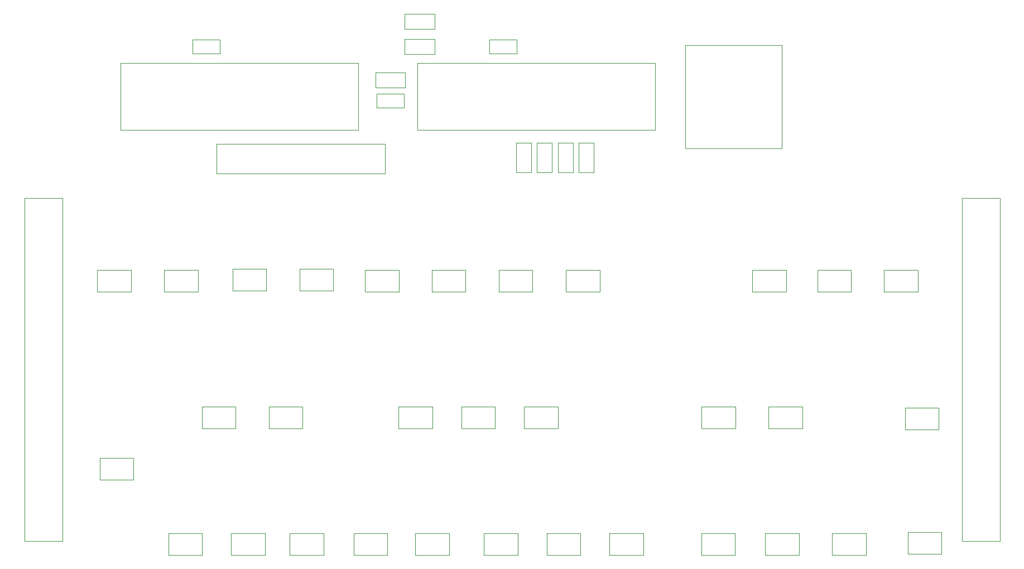
<source format=gbr>
G04 DesignSpark PCB Gerber Version 9.0 Build 5138 *
%FSLAX35Y35*%
%MOIN*%
%ADD86C,0.00197*%
%ADD85C,0.00394*%
X0Y0D02*
D02*
D85*
X220069Y289895D02*
X119163D01*
Y272179*
X220069*
Y289895*
X399234Y348907D02*
X456966D01*
Y287293*
X399234*
Y348907*
D02*
D86*
X4616Y257569D02*
X27175D01*
Y52450*
X4616*
Y257569*
X68139Y201604D02*
X48061D01*
Y214596*
X68139*
Y201604*
X69635Y89104D02*
X49557D01*
Y102096*
X69635*
Y89104*
X104970Y352273D02*
X121230D01*
Y343927*
X104970*
Y352273*
X108139Y201604D02*
X88061D01*
Y214596*
X108139*
Y201604*
X110639Y44104D02*
X90561D01*
Y57096*
X110639*
Y44104*
X130639Y119834D02*
X110561D01*
Y132826*
X130639*
Y119834*
X148139Y44104D02*
X128061D01*
Y57096*
X148139*
Y44104*
X148887Y202334D02*
X128809D01*
Y215326*
X148887*
Y202334*
X170639Y119834D02*
X150561D01*
Y132826*
X170639*
Y119834*
X183139Y44104D02*
X163061D01*
Y57096*
X183139*
Y44104*
X188887Y202334D02*
X168809D01*
Y215326*
X188887*
Y202334*
X203866Y338116D02*
Y298084D01*
X61897*
Y338116*
X203866*
X214143Y332628D02*
X232057D01*
Y323572*
X214143*
Y332628*
X214970Y319773D02*
X231230D01*
Y311427*
X214970*
Y319773*
X221387Y44104D02*
X201309D01*
Y57096*
X221387*
Y44104*
X228139Y201469D02*
X208061D01*
Y214461*
X228139*
Y201469*
X231643Y352628D02*
X249557D01*
Y343572*
X231643*
Y352628*
Y367628D02*
X249557D01*
Y358572*
X231643*
Y367628*
X248139Y119834D02*
X228061D01*
Y132826*
X248139*
Y119834*
X258139Y44104D02*
X238061D01*
Y57096*
X258139*
Y44104*
X268014Y201469D02*
X247935D01*
Y214461*
X268014*
Y201469*
X282252Y352273D02*
X298511D01*
Y343927*
X282252*
Y352273*
X285639Y119834D02*
X265561D01*
Y132826*
X285639*
Y119834*
X299183Y44104D02*
X279104D01*
Y57096*
X299183*
Y44104*
X307194Y290718D02*
Y272805D01*
X298139*
Y290718*
X307194*
X308014Y201469D02*
X287935D01*
Y214461*
X308014*
Y201469*
X319694Y290718D02*
Y272805D01*
X310639*
Y290718*
X319694*
X323139Y119834D02*
X303061D01*
Y132826*
X323139*
Y119834*
X332194Y290718D02*
Y272805D01*
X323139*
Y290718*
X332194*
X336683Y44104D02*
X316604D01*
Y57096*
X336683*
Y44104*
X344694Y290718D02*
Y272805D01*
X335639*
Y290718*
X344694*
X348139Y201469D02*
X328061D01*
Y214461*
X348139*
Y201469*
X374183Y44104D02*
X354104D01*
Y57096*
X374183*
Y44104*
X381147Y338116D02*
Y298084D01*
X239179*
Y338116*
X381147*
X428887Y44104D02*
X408809D01*
Y57096*
X428887*
Y44104*
X429183Y119793D02*
X409104D01*
Y132785*
X429183*
Y119793*
X459452Y201604D02*
X439373D01*
Y214596*
X459452*
Y201604*
X467135Y44104D02*
X447057D01*
Y57096*
X467135*
Y44104*
X469183Y119793D02*
X449104D01*
Y132785*
X469183*
Y119793*
X498435Y201604D02*
X478356D01*
Y214596*
X498435*
Y201604*
X507135Y44104D02*
X487057D01*
Y57096*
X507135*
Y44104*
X538139Y201604D02*
X518061D01*
Y214596*
X538139*
Y201604*
X550639Y119104D02*
X530561D01*
Y132096*
X550639*
Y119104*
X552431Y44793D02*
X532352D01*
Y57785*
X552431*
Y44793*
X564616Y257569D02*
X587175D01*
Y52450*
X564616*
Y257569*
X0Y0D02*
M02*

</source>
